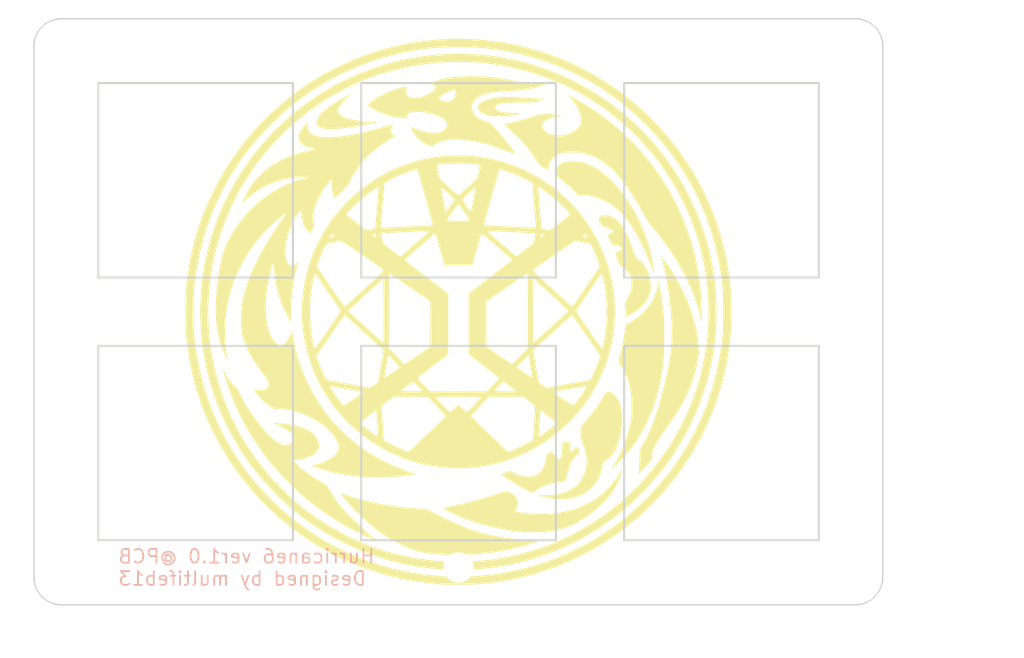
<source format=kicad_pcb>
(kicad_pcb (version 20211014) (generator pcbnew)
  (layers (0 "F.Cu" signal) (31 "B.Cu" signal) (34 "B.Paste" user) (35 "F.Paste" user) (36 "B.SilkS" user "B.Silkscreen") (37 "F.SilkS" user "F.Silkscreen") (38 "B.Mask" user) (39 "F.Mask" user) (44 "Edge.Cuts" user))
  (net 0 "")
  (footprint "kbd_SW_Hole:SW_Hole_1u" (layer "F.Cu") (at 166.6875 97.517893 180)
    (fp_text reference "SW1" hide)
    (fp_text value "SW_2" hide)
    (fp_line (start 7.05 -7.05) (end 7.05 7.05) (layer "Edge.Cuts") (width 0.15))
    (fp_line (start -7.05 7.05) (end -7.05 -7.05) (layer "Edge.Cuts") (width 0.15))
    (fp_line (start 7.05 7.05) (end -7.05 7.05) (layer "Edge.Cuts") (width 0.15))
    (fp_line (start -7.05 -7.05) (end 7.05 -7.05) (layer "Edge.Cuts") (width 0.15))
  )
  (footprint "kbd_SW_Hole:SW_Hole_1u" (layer "F.Cu") (at 166.6875 116.567893)
    (fp_text reference "SW6" hide)
    (fp_text value "SW_0" hide)
    (fp_line (start 7.05 -7.05) (end 7.05 7.05) (layer "Edge.Cuts") (width 0.15))
    (fp_line (start -7.05 -7.05) (end 7.05 -7.05) (layer "Edge.Cuts") (width 0.15))
    (fp_line (start -7.05 7.05) (end -7.05 -7.05) (layer "Edge.Cuts") (width 0.15))
    (fp_line (start 7.05 7.05) (end -7.05 7.05) (layer "Edge.Cuts") (width 0.15))
  )
  (footprint "Silk_Wizard_logos:silk_wizard_logo_40x40" (layer "F.Cu") (at 185.725515 107.053203)
    (fp_text reference "G***" hide)
    (fp_text value "LOGO" hide)
  )
  (footprint "kbd_Hole:m2_Screw_Hole" (layer "F.Cu") (at 213.8125 107.042893)
    (fp_text reference "H6")
    (fp_text value "MountingHole")
    (pad "" np_thru_hole circle locked (at 0 0) (size 2.2 2.2) (drill 2.2) (layers *.Cu *.Mask))
  )
  (footprint "kbd_Hole:m2_Screw_Hole" (layer "F.Cu") (at 157.6625 88.492893)
    (fp_text reference "H1")
    (fp_text value "MountingHole")
    (pad "" np_thru_hole circle locked (at 0 0) (size 2.2 2.2) (drill 2.2) (layers *.Cu *.Mask))
  )
  (footprint "kbd_SW_Hole:SW_Hole_1u" (layer "F.Cu") (at 204.7875 116.567893)
    (fp_text reference "SW4" hide)
    (fp_text value "SW_6" hide)
    (fp_line (start 7.05 -7.05) (end 7.05 7.05) (layer "Edge.Cuts") (width 0.15))
    (fp_line (start -7.05 -7.05) (end 7.05 -7.05) (layer "Edge.Cuts") (width 0.15))
    (fp_line (start 7.05 7.05) (end -7.05 7.05) (layer "Edge.Cuts") (width 0.15))
    (fp_line (start -7.05 7.05) (end -7.05 -7.05) (layer "Edge.Cuts") (width 0.15))
  )
  (footprint "kbd_Hole:m2_Screw_Hole" (layer "F.Cu") (at 157.6625 107.042893)
    (fp_text reference "H2")
    (fp_text value "MountingHole" hide)
    (pad "" np_thru_hole circle locked (at 0 0) (size 2.2 2.2) (drill 2.2) (layers *.Cu *.Mask))
  )
  (footprint "kbd_SW_Hole:SW_Hole_1u" (layer "F.Cu") (at 185.7375 116.567893)
    (fp_text reference "SW5" hide)
    (fp_text value "SW_8" hide)
    (fp_line (start 7.05 7.05) (end -7.05 7.05) (layer "Edge.Cuts") (width 0.15))
    (fp_line (start -7.05 7.05) (end -7.05 -7.05) (layer "Edge.Cuts") (width 0.15))
    (fp_line (start -7.05 -7.05) (end 7.05 -7.05) (layer "Edge.Cuts") (width 0.15))
    (fp_line (start 7.05 -7.05) (end 7.05 7.05) (layer "Edge.Cuts") (width 0.15))
  )
  (footprint "kbd_Hole:m2_Screw_Hole" (layer "F.Cu") (at 185.7375 125.592893)
    (fp_text reference "H4" hide)
    (fp_text value "MountingHole" hide)
    (pad "" np_thru_hole circle locked (at 0 0) (size 2.2 2.2) (drill 2.2) (layers *.Cu *.Mask))
  )
  (footprint "kbd_Hole:m2_Screw_Hole" (layer "F.Cu") (at 157.6625 125.592893)
    (fp_text reference "H3")
    (fp_text value "MountingHole")
    (pad "" np_thru_hole circle locked (at 0 0) (size 2.2 2.2) (drill 2.2) (layers *.Cu *.Mask))
  )
  (footprint "kbd_SW_Hole:SW_Hole_1u" (layer "F.Cu") (at 185.7375 97.517893 180)
    (fp_text reference "SW2" hide)
    (fp_text value "SW_2" hide)
    (fp_line (start 7.05 -7.05) (end 7.05 7.05) (layer "Edge.Cuts") (width 0.15))
    (fp_line (start 7.05 7.05) (end -7.05 7.05) (layer "Edge.Cuts") (width 0.15))
    (fp_line (start -7.05 7.05) (end -7.05 -7.05) (layer "Edge.Cuts") (width 0.15))
    (fp_line (start -7.05 -7.05) (end 7.05 -7.05) (layer "Edge.Cuts") (width 0.15))
  )
  (footprint "kbd_Hole:m2_Screw_Hole" (layer "F.Cu") (at 213.8125 88.492893)
    (fp_text reference "H5")
    (fp_text value "MountingHole")
    (pad "" np_thru_hole circle locked (at 0 0) (size 2.2 2.2) (drill 2.2) (layers *.Cu *.Mask))
  )
  (footprint "kbd_Hole:m2_Screw_Hole" (layer "F.Cu") (at 213.8125 125.592893)
    (fp_text reference "H7")
    (fp_text value "MountingHole")
    (pad "" np_thru_hole circle locked (at 0 0) (size 2.2 2.2) (drill 2.2) (layers *.Cu *.Mask))
  )
  (footprint "kbd_SW_Hole:SW_Hole_1u" (layer "F.Cu") (at 204.7875 97.517893 180)
    (fp_text reference "SW3" hide)
    (fp_text value "SW_4" hide)
    (fp_line (start 7.05 -7.05) (end 7.05 7.05) (layer "Edge.Cuts") (width 0.15))
    (fp_line (start -7.05 -7.05) (end 7.05 -7.05) (layer "Edge.Cuts") (width 0.15))
    (fp_line (start -7.05 7.05) (end -7.05 -7.05) (layer "Edge.Cuts") (width 0.15))
    (fp_line (start 7.05 7.05) (end -7.05 7.05) (layer "Edge.Cuts") (width 0.15))
  )
  (gr_arc (start 214.475 85.8) (mid 215.889214 86.385786) (end 216.475 87.8) (layer "Edge.Cuts") (width 0.1))
  (gr_arc (start 216.475 126.299986) (mid 215.889216 127.714202) (end 214.475 128.299986) (layer "Edge.Cuts") (width 0.1))
  (gr_line (start 216.475 126.299986) (end 216.475 87.8) (layer "Edge.Cuts") (width 0.1))
  (gr_arc (start 154.975 87.8) (mid 155.560786 86.385786) (end 156.975 85.8) (layer "Edge.Cuts") (width 0.1))
  (gr_line (start 154.975 87.8) (end 154.975 126.299986) (layer "Edge.Cuts") (width 0.1))
  (gr_line (start 156.975 128.299986) (end 214.475 128.299986) (layer "Edge.Cuts") (width 0.1))
  (gr_line (start 214.475 85.8) (end 156.975 85.8) (layer "Edge.Cuts") (width 0.1))
  (gr_arc (start 156.975 128.299986) (mid 155.560784 127.714202) (end 154.975 126.299986) (layer "Edge.Cuts") (width 0.1))
  (gr_text "Hurricane6 ver1.0 @PCB\nDesigned by multifeb13" (at 161 125.592893) (layer "B.SilkS") (effects (font (size 1 1) (thickness 0.125)) (justify right mirror)))
)
</source>
